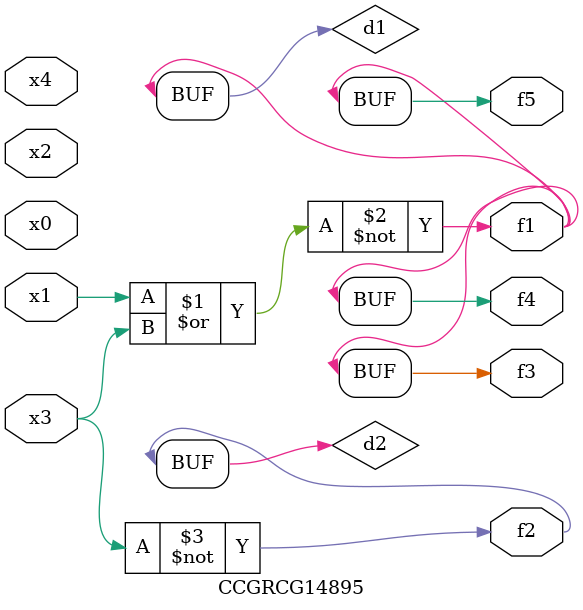
<source format=v>
module CCGRCG14895(
	input x0, x1, x2, x3, x4,
	output f1, f2, f3, f4, f5
);

	wire d1, d2;

	nor (d1, x1, x3);
	not (d2, x3);
	assign f1 = d1;
	assign f2 = d2;
	assign f3 = d1;
	assign f4 = d1;
	assign f5 = d1;
endmodule

</source>
